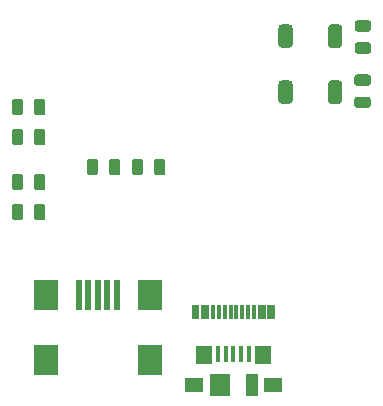
<source format=gbr>
G04 #@! TF.GenerationSoftware,KiCad,Pcbnew,(5.1.7)-1*
G04 #@! TF.CreationDate,2020-12-20T16:40:32+01:00*
G04 #@! TF.ProjectId,uart_flash_pcb,75617274-5f66-46c6-9173-685f7063622e,rev?*
G04 #@! TF.SameCoordinates,Original*
G04 #@! TF.FileFunction,Paste,Top*
G04 #@! TF.FilePolarity,Positive*
%FSLAX46Y46*%
G04 Gerber Fmt 4.6, Leading zero omitted, Abs format (unit mm)*
G04 Created by KiCad (PCBNEW (5.1.7)-1) date 2020-12-20 16:40:32*
%MOMM*%
%LPD*%
G01*
G04 APERTURE LIST*
%ADD10R,0.300000X1.150000*%
%ADD11R,0.500000X2.500000*%
%ADD12R,2.000000X2.500000*%
%ADD13R,1.000000X1.900000*%
%ADD14R,1.800000X1.900000*%
%ADD15R,1.650000X1.300000*%
%ADD16R,1.425000X1.550000*%
%ADD17R,0.450000X1.380000*%
G04 APERTURE END LIST*
D10*
X117850000Y-97330000D03*
X117050000Y-97330000D03*
X112250000Y-97330000D03*
X111450000Y-97330000D03*
X111150000Y-97330000D03*
X111950000Y-97330000D03*
X112750000Y-97330000D03*
X113250000Y-97330000D03*
X113750000Y-97330000D03*
X114250000Y-97330000D03*
X114750000Y-97330000D03*
X115250000Y-97330000D03*
X115750000Y-97330000D03*
X116250000Y-97330000D03*
X116750000Y-97330000D03*
X117550000Y-97330000D03*
D11*
X104600000Y-95900000D03*
X103800000Y-95900000D03*
X103000000Y-95900000D03*
X102200000Y-95900000D03*
X101400000Y-95900000D03*
D12*
X107400000Y-95900000D03*
X98600000Y-95900000D03*
X107400000Y-101400000D03*
X98600000Y-101400000D03*
G36*
G01*
X123700000Y-73300000D02*
X123700000Y-74700000D01*
G75*
G02*
X123400000Y-75000000I-300000J0D01*
G01*
X122800000Y-75000000D01*
G75*
G02*
X122500000Y-74700000I0J300000D01*
G01*
X122500000Y-73300000D01*
G75*
G02*
X122800000Y-73000000I300000J0D01*
G01*
X123400000Y-73000000D01*
G75*
G02*
X123700000Y-73300000I0J-300000D01*
G01*
G37*
G36*
G01*
X119500000Y-73300000D02*
X119500000Y-74700000D01*
G75*
G02*
X119200000Y-75000000I-300000J0D01*
G01*
X118600000Y-75000000D01*
G75*
G02*
X118300000Y-74700000I0J300000D01*
G01*
X118300000Y-73300000D01*
G75*
G02*
X118600000Y-73000000I300000J0D01*
G01*
X119200000Y-73000000D01*
G75*
G02*
X119500000Y-73300000I0J-300000D01*
G01*
G37*
G36*
G01*
X123700000Y-78040000D02*
X123700000Y-79440000D01*
G75*
G02*
X123400000Y-79740000I-300000J0D01*
G01*
X122800000Y-79740000D01*
G75*
G02*
X122500000Y-79440000I0J300000D01*
G01*
X122500000Y-78040000D01*
G75*
G02*
X122800000Y-77740000I300000J0D01*
G01*
X123400000Y-77740000D01*
G75*
G02*
X123700000Y-78040000I0J-300000D01*
G01*
G37*
G36*
G01*
X119500000Y-78040000D02*
X119500000Y-79440000D01*
G75*
G02*
X119200000Y-79740000I-300000J0D01*
G01*
X118600000Y-79740000D01*
G75*
G02*
X118300000Y-79440000I0J300000D01*
G01*
X118300000Y-78040000D01*
G75*
G02*
X118600000Y-77740000I300000J0D01*
G01*
X119200000Y-77740000D01*
G75*
G02*
X119500000Y-78040000I0J-300000D01*
G01*
G37*
D13*
X116050000Y-103540000D03*
D14*
X113350000Y-103540000D03*
D15*
X117875000Y-103540000D03*
X111125000Y-103540000D03*
D16*
X116987500Y-100965000D03*
X112012500Y-100965000D03*
D17*
X115800000Y-100880000D03*
X115150000Y-100880000D03*
X114500000Y-100880000D03*
X113850000Y-100880000D03*
X113200000Y-100880000D03*
G36*
G01*
X124973750Y-79110000D02*
X125886250Y-79110000D01*
G75*
G02*
X126130000Y-79353750I0J-243750D01*
G01*
X126130000Y-79841250D01*
G75*
G02*
X125886250Y-80085000I-243750J0D01*
G01*
X124973750Y-80085000D01*
G75*
G02*
X124730000Y-79841250I0J243750D01*
G01*
X124730000Y-79353750D01*
G75*
G02*
X124973750Y-79110000I243750J0D01*
G01*
G37*
G36*
G01*
X124973750Y-77235000D02*
X125886250Y-77235000D01*
G75*
G02*
X126130000Y-77478750I0J-243750D01*
G01*
X126130000Y-77966250D01*
G75*
G02*
X125886250Y-78210000I-243750J0D01*
G01*
X124973750Y-78210000D01*
G75*
G02*
X124730000Y-77966250I0J243750D01*
G01*
X124730000Y-77478750D01*
G75*
G02*
X124973750Y-77235000I243750J0D01*
G01*
G37*
G36*
G01*
X125003750Y-74515000D02*
X125916250Y-74515000D01*
G75*
G02*
X126160000Y-74758750I0J-243750D01*
G01*
X126160000Y-75246250D01*
G75*
G02*
X125916250Y-75490000I-243750J0D01*
G01*
X125003750Y-75490000D01*
G75*
G02*
X124760000Y-75246250I0J243750D01*
G01*
X124760000Y-74758750D01*
G75*
G02*
X125003750Y-74515000I243750J0D01*
G01*
G37*
G36*
G01*
X125003750Y-72640000D02*
X125916250Y-72640000D01*
G75*
G02*
X126160000Y-72883750I0J-243750D01*
G01*
X126160000Y-73371250D01*
G75*
G02*
X125916250Y-73615000I-243750J0D01*
G01*
X125003750Y-73615000D01*
G75*
G02*
X124760000Y-73371250I0J243750D01*
G01*
X124760000Y-72883750D01*
G75*
G02*
X125003750Y-72640000I243750J0D01*
G01*
G37*
G36*
G01*
X106865000Y-84633750D02*
X106865000Y-85546250D01*
G75*
G02*
X106621250Y-85790000I-243750J0D01*
G01*
X106133750Y-85790000D01*
G75*
G02*
X105890000Y-85546250I0J243750D01*
G01*
X105890000Y-84633750D01*
G75*
G02*
X106133750Y-84390000I243750J0D01*
G01*
X106621250Y-84390000D01*
G75*
G02*
X106865000Y-84633750I0J-243750D01*
G01*
G37*
G36*
G01*
X108740000Y-84633750D02*
X108740000Y-85546250D01*
G75*
G02*
X108496250Y-85790000I-243750J0D01*
G01*
X108008750Y-85790000D01*
G75*
G02*
X107765000Y-85546250I0J243750D01*
G01*
X107765000Y-84633750D01*
G75*
G02*
X108008750Y-84390000I243750J0D01*
G01*
X108496250Y-84390000D01*
G75*
G02*
X108740000Y-84633750I0J-243750D01*
G01*
G37*
G36*
G01*
X97605000Y-83006250D02*
X97605000Y-82093750D01*
G75*
G02*
X97848750Y-81850000I243750J0D01*
G01*
X98336250Y-81850000D01*
G75*
G02*
X98580000Y-82093750I0J-243750D01*
G01*
X98580000Y-83006250D01*
G75*
G02*
X98336250Y-83250000I-243750J0D01*
G01*
X97848750Y-83250000D01*
G75*
G02*
X97605000Y-83006250I0J243750D01*
G01*
G37*
G36*
G01*
X95730000Y-83006250D02*
X95730000Y-82093750D01*
G75*
G02*
X95973750Y-81850000I243750J0D01*
G01*
X96461250Y-81850000D01*
G75*
G02*
X96705000Y-82093750I0J-243750D01*
G01*
X96705000Y-83006250D01*
G75*
G02*
X96461250Y-83250000I-243750J0D01*
G01*
X95973750Y-83250000D01*
G75*
G02*
X95730000Y-83006250I0J243750D01*
G01*
G37*
G36*
G01*
X97605000Y-89356250D02*
X97605000Y-88443750D01*
G75*
G02*
X97848750Y-88200000I243750J0D01*
G01*
X98336250Y-88200000D01*
G75*
G02*
X98580000Y-88443750I0J-243750D01*
G01*
X98580000Y-89356250D01*
G75*
G02*
X98336250Y-89600000I-243750J0D01*
G01*
X97848750Y-89600000D01*
G75*
G02*
X97605000Y-89356250I0J243750D01*
G01*
G37*
G36*
G01*
X95730000Y-89356250D02*
X95730000Y-88443750D01*
G75*
G02*
X95973750Y-88200000I243750J0D01*
G01*
X96461250Y-88200000D01*
G75*
G02*
X96705000Y-88443750I0J-243750D01*
G01*
X96705000Y-89356250D01*
G75*
G02*
X96461250Y-89600000I-243750J0D01*
G01*
X95973750Y-89600000D01*
G75*
G02*
X95730000Y-89356250I0J243750D01*
G01*
G37*
G36*
G01*
X97605000Y-86816250D02*
X97605000Y-85903750D01*
G75*
G02*
X97848750Y-85660000I243750J0D01*
G01*
X98336250Y-85660000D01*
G75*
G02*
X98580000Y-85903750I0J-243750D01*
G01*
X98580000Y-86816250D01*
G75*
G02*
X98336250Y-87060000I-243750J0D01*
G01*
X97848750Y-87060000D01*
G75*
G02*
X97605000Y-86816250I0J243750D01*
G01*
G37*
G36*
G01*
X95730000Y-86816250D02*
X95730000Y-85903750D01*
G75*
G02*
X95973750Y-85660000I243750J0D01*
G01*
X96461250Y-85660000D01*
G75*
G02*
X96705000Y-85903750I0J-243750D01*
G01*
X96705000Y-86816250D01*
G75*
G02*
X96461250Y-87060000I-243750J0D01*
G01*
X95973750Y-87060000D01*
G75*
G02*
X95730000Y-86816250I0J243750D01*
G01*
G37*
G36*
G01*
X103055000Y-84633750D02*
X103055000Y-85546250D01*
G75*
G02*
X102811250Y-85790000I-243750J0D01*
G01*
X102323750Y-85790000D01*
G75*
G02*
X102080000Y-85546250I0J243750D01*
G01*
X102080000Y-84633750D01*
G75*
G02*
X102323750Y-84390000I243750J0D01*
G01*
X102811250Y-84390000D01*
G75*
G02*
X103055000Y-84633750I0J-243750D01*
G01*
G37*
G36*
G01*
X104930000Y-84633750D02*
X104930000Y-85546250D01*
G75*
G02*
X104686250Y-85790000I-243750J0D01*
G01*
X104198750Y-85790000D01*
G75*
G02*
X103955000Y-85546250I0J243750D01*
G01*
X103955000Y-84633750D01*
G75*
G02*
X104198750Y-84390000I243750J0D01*
G01*
X104686250Y-84390000D01*
G75*
G02*
X104930000Y-84633750I0J-243750D01*
G01*
G37*
G36*
G01*
X97605000Y-80466250D02*
X97605000Y-79553750D01*
G75*
G02*
X97848750Y-79310000I243750J0D01*
G01*
X98336250Y-79310000D01*
G75*
G02*
X98580000Y-79553750I0J-243750D01*
G01*
X98580000Y-80466250D01*
G75*
G02*
X98336250Y-80710000I-243750J0D01*
G01*
X97848750Y-80710000D01*
G75*
G02*
X97605000Y-80466250I0J243750D01*
G01*
G37*
G36*
G01*
X95730000Y-80466250D02*
X95730000Y-79553750D01*
G75*
G02*
X95973750Y-79310000I243750J0D01*
G01*
X96461250Y-79310000D01*
G75*
G02*
X96705000Y-79553750I0J-243750D01*
G01*
X96705000Y-80466250D01*
G75*
G02*
X96461250Y-80710000I-243750J0D01*
G01*
X95973750Y-80710000D01*
G75*
G02*
X95730000Y-80466250I0J243750D01*
G01*
G37*
M02*

</source>
